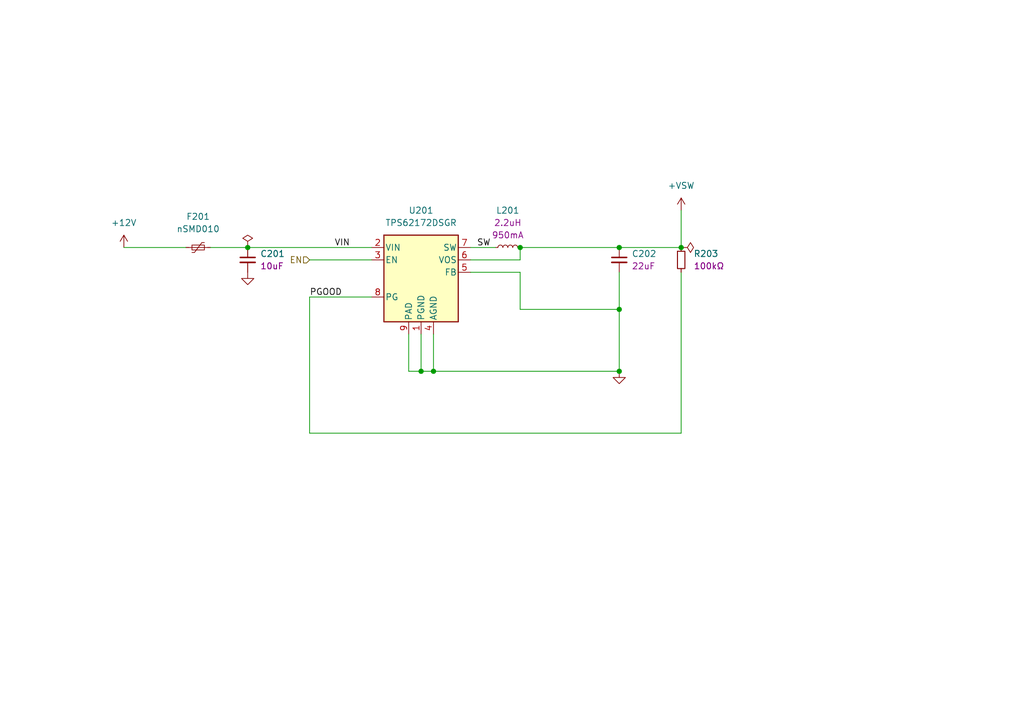
<source format=kicad_sch>
(kicad_sch (version 20211123) (generator eeschema)
  (paper "A5")
  (title_block (date "2023-02-28"))
  (lib_symbols
    (symbol "LCSC_Capacitor:C_0805_10u_X5R" (pin_numbers hide) (pin_names (offset 0.254) hide) (in_bom no)
      (property "Reference" "C" (at 0.254 1.778 0))
      (property "Capacitance" "10uF" (at 0 0 0))
      (symbol "C_0805_10u_X5R_0_1"
        (polyline (pts (xy -1.524 -0.508) (xy 1.524 -0.508)) (stroke (width 0.3302)))
        (polyline (pts (xy -1.524 0.508) (xy 1.524 0.508)) (stroke (width 0.3048)))
      )
      (symbol "C_0805_10u_X5R_1_1"
        (pin passive line (at 0 2.54 270) (length 2.032) (name "~") (number "1"))
        (pin passive line (at 0 -2.54 90) (length 2.032) (name "~") (number "2"))
      )
    )
    (symbol "LCSC_Capacitor:C_0805_22u_X7R" (pin_numbers hide) (pin_names (offset 0.254) hide) (in_bom no)
      (property "Reference" "C" (at 0.254 1.778 0))
      (property "Capacitance" "22uF" (at 0 0 0))
      (symbol "C_0805_22u_X7R_0_1"
        (polyline (pts (xy -1.524 -0.508) (xy 1.524 -0.508)) (stroke (width 0.3302)))
        (polyline (pts (xy -1.524 0.508) (xy 1.524 0.508)) (stroke (width 0.3048)))
      )
      (symbol "C_0805_22u_X7R_1_1"
        (pin passive line (at 0 2.54 270) (length 2.032) (name "~") (number "1"))
        (pin passive line (at 0 -2.54 90) (length 2.032) (name "~") (number "2"))
      )
    )
    (symbol "LCSC_Fuse:nSMD010" (pin_numbers hide) (pin_names (offset 0)) (in_bom no)
      (property "Reference" "F" (at -1.905 0 90))
      (property "Value" "nSMD010" (at 1.905 0 90))
      (symbol "nSMD010_0_1"
        (rectangle (start -0.508 1.27) (end 0.508 -1.27))
        (polyline (pts (xy 0 2.54) (xy 0 -2.54)))
        (polyline (pts (xy -1.016 1.27) (xy -1.016 0.762) (xy 1.016 -0.762) (xy 1.016 -1.27)))
      )
      (symbol "nSMD010_1_1"
        (pin passive line (at 0 2.54 270) (length 0.635) (name "~") (number "1"))
        (pin passive line (at 0 -2.54 90) (length 0.635) (name "~") (number "2"))
      )
    )
    (symbol "LCSC_Power_Inductor:L_0805_2u2" (pin_numbers hide) (pin_names (offset 0.254) hide)
      (property "Reference" "L" (at 0.762 1.016 0))
      (property "Inductance" "2.2uH" (at 0 0 0))
      (property "Current" "950mA" (at 0 0 0))
      (symbol "L_0805_2u2_0_1"
        (arc (start 0 -2.032) (mid 0.508 -1.524) (end 0 -1.016))
        (arc (start 0 -1.016) (mid 0.508 -0.508) (end 0 0))
        (arc (start 0 0) (mid 0.508 0.508) (end 0 1.016))
        (arc (start 0 1.016) (mid 0.508 1.524) (end 0 2.032))
      )
      (symbol "L_0805_2u2_1_1"
        (pin passive line (at 0 2.54 270) (length 0.508) (name "~") (number "1"))
        (pin passive line (at 0 -2.54 90) (length 0.508) (name "~") (number "2"))
      )
    )
    (symbol "LCSC_Regulator:TPS62172DSGR" (pin_names (offset 0.254))
      (property "Reference" "U" (at -7.62 11.43 0))
      (property "Value" "TPS62172DSGR" (at -1.27 11.43 0))
      (symbol "TPS62172DSGR_0_1"
        (rectangle (start -7.62 10.16) (end 7.62 -7.62) (stroke (width 0.254)) (fill (type background)))
      )
      (symbol "TPS62172DSGR_1_1"
        (pin power_in line (at 0 -10.16 90) (length 2.54) (name "PGND") (number "1"))
        (pin power_in line (at -10.16 7.62 0) (length 2.54) (name "VIN") (number "2"))
        (pin input line (at -10.16 5.08 0) (length 2.54) (name "EN") (number "3"))
        (pin power_in line (at 2.54 -10.16 90) (length 2.54) (name "AGND") (number "4"))
        (pin input line (at 10.16 2.54 180) (length 2.54) (name "FB") (number "5"))
        (pin input line (at 10.16 5.08 180) (length 2.54) (name "VOS") (number "6"))
        (pin output line (at 10.16 7.62 180) (length 2.54) (name "SW") (number "7"))
        (pin open_collector line (at -10.16 -2.54 0) (length 2.54) (name "PG") (number "8"))
        (pin power_in line (at -2.54 -10.16 90) (length 2.54) (name "PAD") (number "9"))
      )
    )
    (symbol "LCSC_Resistor:R_0603_100k" (pin_numbers hide) (pin_names (offset 0.254) hide) (in_bom no)
      (property "Reference" "R" (at 0.762 0.508 0))
      (property "Resistance" "100kΩ" (at 0 0 0))
      (symbol "R_0603_100k_0_1"
        (rectangle (start -0.762 1.778) (end 0.762 -1.778) (stroke (width 0.2032)))
      )
      (symbol "R_0603_100k_1_1"
        (pin passive line (at 0 2.54 270) (length 0.762) (name "~") (number "1"))
        (pin passive line (at 0 -2.54 90) (length 0.762) (name "~") (number "2"))
      )
    )
    (symbol "power:+12V" (power) (pin_names (offset 0))
      (property "Value" "+12V" (at 0 3.556 0))
      (symbol "+12V_0_1"
        (polyline (pts (xy -0.762 1.27) (xy 0 2.54)))
        (polyline (pts (xy 0 0) (xy 0 2.54)))
        (polyline (pts (xy 0 2.54) (xy 0.762 1.27)))
      )
      (symbol "+12V_1_1"
        (pin power_in line (at 0 0 90) (length 0) hide (name "+12V") (number "1"))
      )
    )
    (symbol "power:+VSW" (power) (pin_names (offset 0))
      (property "Value" "+VSW" (at 0 3.556 0))
      (symbol "+VSW_0_1"
        (polyline (pts (xy -0.762 1.27) (xy 0 2.54)))
        (polyline (pts (xy 0 0) (xy 0 2.54)))
        (polyline (pts (xy 0 2.54) (xy 0.762 1.27)))
      )
      (symbol "+VSW_1_1"
        (pin power_in line (at 0 0 90) (length 0) hide (name "+VSW") (number "1"))
      )
    )
    (symbol "power:GND" (power) (pin_names (offset 0))
      (property "Value" "GND" (at 0 -3.81 0))
      (symbol "GND_0_1"
        (polyline (pts (xy 0 0) (xy 0 -1.27) (xy 1.27 -1.27) (xy 0 -2.54) (xy -1.27 -1.27) (xy 0 -1.27)))
      )
      (symbol "GND_1_1"
        (pin power_in line (at 0 0 270) (length 0) hide (name "GND") (number "1"))
      )
    )
    (symbol "power:PWR_FLAG" (power) (pin_numbers hide) (pin_names (offset 0) hide)
      (property "Value" "PWR_FLAG" (at 0 3.81 0))
      (symbol "PWR_FLAG_0_0"
        (pin power_out line (at 0 0 90) (length 0) (name "pwr") (number "1"))
      )
      (symbol "PWR_FLAG_0_1"
        (polyline (pts (xy 0 0) (xy 0 1.27) (xy -1.016 1.905) (xy 0 2.54) (xy 1.016 1.905) (xy 0 1.27)))
      )
    )
  )
  (junction (at 127 63.5))
  (junction (at 106.68 50.8))
  (junction (at 127 50.8))
  (junction (at 86.36 76.2))
  (junction (at 88.9 76.2))
  (junction (at 139.7 50.8))
  (junction (at 127 76.2))
  (junction (at 50.8 50.8))
  (wire (pts (xy 127 76.2) (xy 88.9 76.2)))
  (wire (pts (xy 63.5 60.96) (xy 63.5 88.9)))
  (wire (pts (xy 139.7 43.18) (xy 139.7 50.8)))
  (wire (pts (xy 106.68 50.8) (xy 106.68 53.34)))
  (wire (pts (xy 139.7 55.88) (xy 139.7 88.9)))
  (wire (pts (xy 96.52 55.88) (xy 106.68 55.88)))
  (wire (pts (xy 63.5 88.9) (xy 139.7 88.9)))
  (wire (pts (xy 106.68 63.5) (xy 127 63.5)))
  (wire (pts (xy 88.9 76.2) (xy 86.36 76.2)))
  (wire (pts (xy 76.2 60.96) (xy 63.5 60.96)))
  (wire (pts (xy 50.8 50.8) (xy 76.2 50.8)))
  (wire (pts (xy 63.5 53.34) (xy 76.2 53.34)))
  (wire (pts (xy 106.68 55.88) (xy 106.68 63.5)))
  (wire (pts (xy 96.52 53.34) (xy 106.68 53.34)))
  (wire (pts (xy 127 50.8) (xy 139.7 50.8)))
  (wire (pts (xy 83.82 76.2) (xy 83.82 68.58)))
  (wire (pts (xy 127 76.2) (xy 127 63.5)))
  (wire (pts (xy 86.36 68.58) (xy 86.36 76.2)))
  (wire (pts (xy 25.4 50.8) (xy 38.1 50.8)))
  (wire (pts (xy 106.68 50.8) (xy 127 50.8)))
  (wire (pts (xy 43.18 50.8) (xy 50.8 50.8)))
  (wire (pts (xy 88.9 68.58) (xy 88.9 76.2)))
  (wire (pts (xy 96.52 50.8) (xy 101.6 50.8)))
  (wire (pts (xy 127 63.5) (xy 127 55.88)))
  (wire (pts (xy 86.36 76.2) (xy 83.82 76.2)))
  (label "SW" (at 97.79 50.8 0))
  (label "VIN" (at 68.58 50.8 0))
  (label "PGOOD" (at 63.5 60.96 0))
  (hierarchical_label "EN" (shape input) (at 63.5 53.34 180))
  (symbol (lib_id "LCSC_Capacitor:C_0805_22u_X7R") (at 127 53.34 0) (unit 1)
    (property "Reference" "C202" (at 129.54 52.0762 0) (effects (justify left)))
    (property "Value" "C_0805_22u_X7R" (effects hide))
    (property "Footprint" "Capacitor_SMD:C_0805_2012Metric" (effects hide))
    (property "Datasheet" "https://datasheet.lcsc.com/lcsc/2107290630_Murata-Electronics-GRM21BZ70J226ME44L_C1517827.pdf" (effects hide))
    (property "Capacitance" "22uF" (at 129.54 54.6162 0) (effects (justify left)))
    (property "LCSC" "C1517827" (effects hide))
    (property "MPN" "GRM21BZ70J226ME44L" (effects hide))
    (property "Voltage" "6.3V" (effects hide))
    (property "Tolerance" "20%" (effects hide))
    (property "Temperature" "X7R" (effects hide))
  )
  (symbol (lib_id "power:PWR_FLAG") (at 50.8 50.8 0) (unit 1)
    (property "Reference" "#FLG0101" (effects hide))
    (property "Value" "PWR_FLAG" (effects hide))
  )
  (symbol (lib_id "power:+VSW") (at 139.7 43.18 0) (unit 1)
    (property "Reference" "#PWR0101" (effects hide))
    (property "Value" "+VSW" (at 139.7 38.1 0))
  )
  (symbol (lib_id "power:GND") (at 127 76.2 0) (unit 1)
    (property "Reference" "#PWR0104" (effects hide))
    (property "Value" "GND" (effects hide))
  )
  (symbol (lib_id "LCSC_Fuse:nSMD010") (at 40.64 50.8 90) (unit 1)
    (property "Reference" "F201" (at 40.64 44.45 90))
    (property "Value" "nSMD010" (at 40.64 46.99 90))
    (property "Footprint" "Fuse:Fuse_1206_3216Metric" (effects hide))
    (property "Datasheet" "https://datasheet.lcsc.com/lcsc/2211231130_TECHFUSE-nSMD010_C70065.pdf" (effects hide))
    (property "MPN" "nSMD010" (effects hide))
    (property "LCSC" "C70065" (effects hide))
  )
  (symbol (lib_id "LCSC_Capacitor:C_0805_10u_X5R") (at 50.8 53.34 0) (unit 1)
    (property "Reference" "C201" (at 53.34 52.0762 0) (effects (justify left)))
    (property "Value" "C_0805_10u_X5R" (effects hide))
    (property "Footprint" "Capacitor_SMD:C_0805_2012Metric" (effects hide))
    (property "Datasheet" "https://datasheet.lcsc.com/lcsc/1810201234_Murata-Electronics-GRM21BR6YA106KE43L_C162422.pdf" (effects hide))
    (property "Capacitance" "10uF" (at 53.34 54.6162 0) (effects (justify left)))
    (property "LCSC" "C162422" (effects hide))
    (property "MPN" "GRM21BR6YA106KE43L" (effects hide))
    (property "Voltage" "35V" (effects hide))
    (property "Tolerance" "10%" (effects hide))
    (property "Temperature" "X5R" (effects hide))
  )
  (symbol (lib_id "power:+12V") (at 25.4 50.8 0) (unit 1)
    (property "Reference" "#PWR0103" (effects hide))
    (property "Value" "+12V" (at 25.4 45.72 0))
  )
  (symbol (lib_id "power:GND") (at 50.8 55.88 0) (unit 1)
    (property "Reference" "#PWR0102" (effects hide))
    (property "Value" "GND" (effects hide))
  )
  (symbol (lib_id "LCSC_Power_Inductor:L_0805_2u2") (at 104.14 50.8 90) (unit 1)
    (property "Reference" "L201" (at 104.14 43.18 90))
    (property "Value" "L_0805_2u2" (effects hide))
    (property "Footprint" "Inductor_SMD:L_0805_2012Metric" (effects hide))
    (property "Datasheet" "https://datasheet.lcsc.com/lcsc/2302231208_FH--Guangdong-Fenghua-Advanced-Tech-CMH201209B2R2MT_C394957.pdf" (effects hide))
    (property "MPN" "CMH201209B2R2MT" (effects hide))
    (property "LCSC" "C394957" (effects hide))
    (property "Inductance" "2.2uH" (at 104.14 45.72 90))
    (property "Tolerance" "20%" (effects hide))
    (property "Current" "950mA" (at 104.14 48.26 90))
  )
  (symbol (lib_id "power:PWR_FLAG") (at 139.7 50.8 270) (unit 1)
    (property "Reference" "#FLG0103" (effects hide))
    (property "Value" "PWR_FLAG" (effects hide))
  )
  (symbol (lib_id "LCSC_Resistor:R_0603_100k") (at 139.7 53.34 0) (unit 1)
    (property "Reference" "R203" (at 142.24 52.0699 0) (effects (justify left)))
    (property "Value" "R_0603_100k" (effects hide))
    (property "Footprint" "Resistor_SMD:R_0603_1608Metric" (effects hide))
    (property "Datasheet" "https://datasheet.lcsc.com/lcsc/2012281733_Viking-Tech-ARG03BTC1003_C335088.pdf" (effects hide))
    (property "LCSC" "C335088" (effects hide))
    (property "MPN" "ARG03BTC1003" (effects hide))
    (property "Resistance" "100kΩ" (at 142.24 54.6099 0) (effects (justify left)))
  )
  (symbol (lib_id "LCSC_Regulator:TPS62172DSGR") (at 86.36 58.42 0) (unit 1)
    (property "Reference" "U201" (at 86.36 43.18 0))
    (property "Value" "TPS62172DSGR" (at 86.36 45.72 0))
    (property "Footprint" "Package_SON:WSON-8-1EP_2x2mm_P0.5mm_EP0.9x1.6mm_ThermalVias" (effects hide))
    (property "Datasheet" "https://datasheet.lcsc.com/lcsc/1811051511_Texas-Instruments-TPS62172DSGR_C59873.pdf" (effects hide))
    (property "LCSC" "C59873" (effects hide))
    (property "MPN" "TPS62172DSGR" (effects hide))
  )
)
</source>
